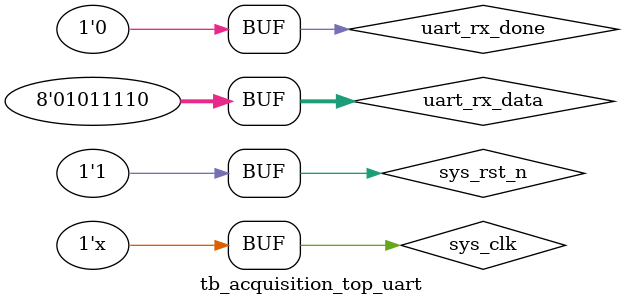
<source format=v>
`timescale 1ns / 1ps


module tb_acquisition_top_uart ();
  // parameter define
  parameter CLK_PERIOD = 20;

  parameter SYS_CLK_FREQ = 50_000_000;  // system clock frequency
  parameter BAUD_RATE = 115_200;  // baud rate

  // reg define
  reg        sys_clk;
  reg        sys_rst_n;

  reg  [7:0] ad_data;

  reg        uart_rx_done;
  reg  [7:0] uart_rx_data;

  // wire define
  wire       clk_50m;  // 50MHz clock
  wire       clk_25m;  // 25MHz clock
  wire       locked;  // pll lock signal
  wire       rst_n;  // reset signal, active low

  wire       uart_tx_en;
  wire [7:0] uart_tx_data;
  wire       uart_tx_busy;

  wire [7:0] mock_ad_data;

  // initial block
  initial begin
    sys_clk = 1'b0;
    sys_rst_n = 1'b0;
    uart_rx_done = 1'b0;
    uart_rx_data = 8'h00;
    #200 sys_rst_n = 1'b1;
    #10000 sys_rst_n = 1'b0;
    #400 sys_rst_n = 1'b1;
    // trigger threshold control
    #150000 uart_rx_data <= 8'h55;  // header
    uart_rx_done <= 1'b1;
    #20 uart_rx_done <= 1'b0;
    #150000 uart_rx_data <= 8'h02;  // packet type
    uart_rx_done <= 1'b1;
    #20 uart_rx_done <= 1'b0;
    #150000 uart_rx_data <= 8'd1;  // data length
    uart_rx_done <= 1'b1;
    #20 uart_rx_done <= 1'b0;
    #150000 uart_rx_data <= 8'd200;  // data
    uart_rx_done <= 1'b1;
    #20 uart_rx_done <= 1'b0;
    #150000 uart_rx_data <= 8'd32;  // checksum
    uart_rx_done <= 1'b1;
    #20 uart_rx_done <= 1'b0;
    // trigger slope control
    #150000 uart_rx_data <= 8'h55;  // header
    uart_rx_done <= 1'b1;
    #20 uart_rx_done <= 1'b0;
    #150000 uart_rx_data <= 8'h03;  // packet type
    uart_rx_done <= 1'b1;
    #20 uart_rx_done <= 1'b0;
    #150000 uart_rx_data <= 8'd1;  // data length
    uart_rx_done <= 1'b1;
    #20 uart_rx_done <= 1'b0;
    #150000 uart_rx_data <= 8'd1;  // data
    uart_rx_done <= 1'b1;
    #20 uart_rx_done <= 1'b0;
    #150000 uart_rx_data <= 8'd90;  // checksum
    uart_rx_done <= 1'b1;
    #20 uart_rx_done <= 1'b0;
    // trigger position control
    #150000 uart_rx_data <= 8'h55;  // header
    uart_rx_done <= 1'b1;
    #20 uart_rx_done <= 1'b0;
    #150000 uart_rx_data <= 8'h04;  // packet type
    uart_rx_done <= 1'b1;
    #20 uart_rx_done <= 1'b0;
    #150000 uart_rx_data <= 8'd1;  // data length
    uart_rx_done <= 1'b1;
    #20 uart_rx_done <= 1'b0;
    #150000 uart_rx_data <= 8'd2;  // data
    uart_rx_done <= 1'b1;
    #20 uart_rx_done <= 1'b0;
    #150000 uart_rx_data <= 8'd92;  // checksum
    uart_rx_done <= 1'b1;
    #20 uart_rx_done <= 1'b0;
    // trigger channel control
    #150000 uart_rx_data <= 8'h55;  // header
    uart_rx_done <= 1'b1;
    #20 uart_rx_done <= 1'b0;
    #150000 uart_rx_data <= 8'h05;  // packet type
    uart_rx_done <= 1'b1;
    #20 uart_rx_done <= 1'b0;
    #150000 uart_rx_data <= 8'd1;  // data length
    uart_rx_done <= 1'b1;
    #20 uart_rx_done <= 1'b0;
    #150000 uart_rx_data <= 8'd1;  // data
    uart_rx_done <= 1'b1;
    #20 uart_rx_done <= 1'b0;
    #150000 uart_rx_data <= 8'd92;  // checksum
    uart_rx_done <= 1'b1;
    #20 uart_rx_done <= 1'b0;
    // acquisition pulse select control
    #150000 uart_rx_data <= 8'h55;  // header
    uart_rx_done <= 1'b1;
    #20 uart_rx_done <= 1'b0;
    #150000 uart_rx_data <= 8'h06;  // packet type
    uart_rx_done <= 1'b1;
    #20 uart_rx_done <= 1'b0;
    #150000 uart_rx_data <= 8'd1;  // data length
    uart_rx_done <= 1'b1;
    #20 uart_rx_done <= 1'b0;
    #150000 uart_rx_data <= 8'd4;  // data
    uart_rx_done <= 1'b1;
    #20 uart_rx_done <= 1'b0;
    #150000 uart_rx_data <= 8'd96;  // checksum
    uart_rx_done <= 1'b1;
    #20 uart_rx_done <= 1'b0;
    // acquisition enable control
    #150000 uart_rx_data <= 8'h55;  // header
    uart_rx_done <= 1'b1;
    #20 uart_rx_done <= 1'b0;
    #150000 uart_rx_data <= 8'h07;  // packet type
    uart_rx_done <= 1'b1;
    #20 uart_rx_done <= 1'b0;
    #150000 uart_rx_data <= 8'd1;  // data length
    uart_rx_done <= 1'b1;
    #20 uart_rx_done <= 1'b0;
    #150000 uart_rx_data <= 8'd1;  // data
    uart_rx_done <= 1'b1;
    #20 uart_rx_done <= 1'b0;
    #150000 uart_rx_data <= 8'd94;  // checksum
    uart_rx_done <= 1'b1;
    #20 uart_rx_done <= 1'b0;
  end

  // main code

  assign rst_n = sys_rst_n & locked; // generate a new reset signal from system reset and pll lock signal

  assign mock_ad_data = ad_data - 8'd128;

  // clock gen
  always #(CLK_PERIOD / 2) sys_clk = ~sys_clk;  // 50MHz

  // ad simulation
  always @(posedge clk_25m or negedge rst_n) begin
    if (!rst_n) begin
      ad_data <= 8'd0;
    end else begin
      ad_data <= ad_data + 1'b1;
    end
  end

  // pll
  clk_wiz_0 clk_wiz_tb_au (
      .clk_50m     (clk_50m),  // 50MHz clock
      .clk_25m     (clk_25m),  // 25MHz clock
      .clk_25m_120d(),         // 25MHz clock 120 degree phase shift
      .locked      (locked),   // pll lock signal
      .clk_in1     (sys_clk)   // input clock
  );

  // acquisition_top_uart
  acquisition_top_uart acquisition_top_uart_tb0 (
      .clk_50m     (clk_50m),
      .clk_25m     (clk_25m),
      .sys_rst_n   (sys_rst_n),
      .ch1_ad_data (ad_data),
      .ch2_ad_data (mock_ad_data),
      .uart_tx_en  (uart_tx_en),
      .uart_tx_data(uart_tx_data),
      .uart_tx_busy(uart_tx_busy),
      .uart_rx_done(uart_rx_done),
      .uart_rx_data(uart_rx_data)
  );

  // uart transmission module
  uart_tx #(
      .SYS_CLK_FREQ(SYS_CLK_FREQ),
      .BAUD_RATE(BAUD_RATE)
  ) uart_tx_tbau0 (
      .sys_clk     (clk_50m),
      .sys_rst_n   (rst_n),
      .uart_tx_en  (uart_tx_en),
      .uart_tx_data(uart_tx_data),
      .uart_txd    (),
      .uart_tx_busy(uart_tx_busy)
  );

endmodule

</source>
